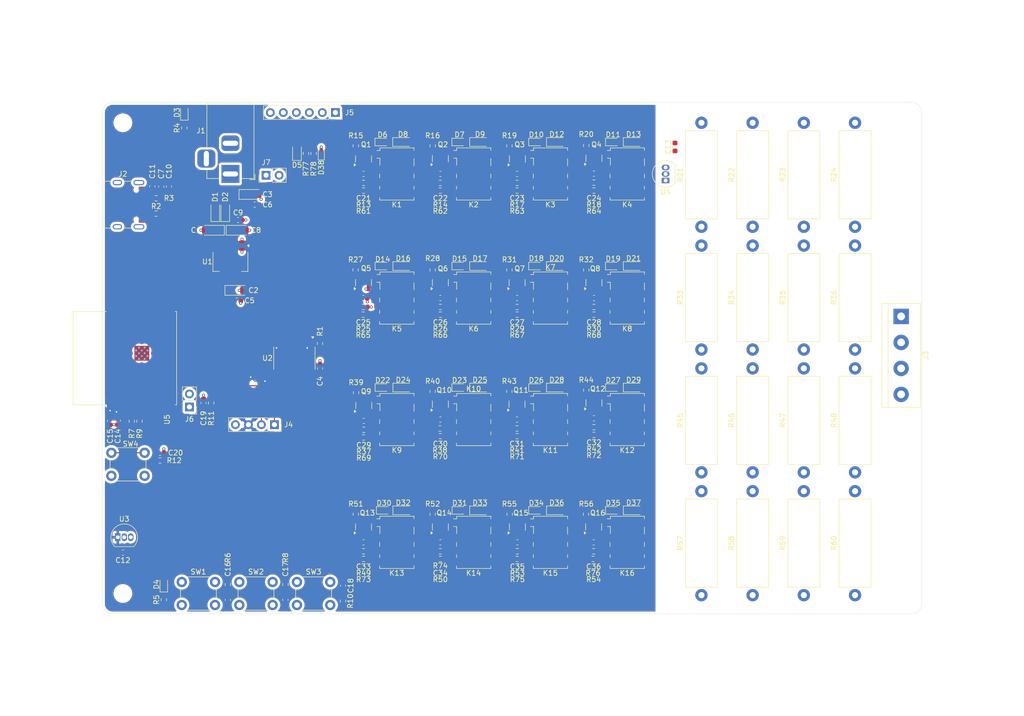
<source format=kicad_pcb>
(kicad_pcb (version 20241229) (generator "pcbnew") (generator_version "9.0")
  (layers (0 "F.Cu" signal) (4 "In1.Cu" power) (6 "In2.Cu" power) (2 "B.Cu" signal) (13 "F.Paste" user) (15 "B.Paste" user) (5 "F.SilkS" user "F.Silkscreen") (7 "B.SilkS" user "B.Silkscreen") (1 "F.Mask" user) (3 "B.Mask" user) (25 "Edge.Cuts" user))
  (net 0 "")
  (net 1 "GND")
  (net 2 "VIN")
  (net 3 "+3.3V")
  (net 4 "+6V")
  (net 5 "+5V")
  (net 6 "BOOT")
  (net 7 "EN")
  (net 8 "/P00")
  (net 9 "/P04")
  (net 10 "/P10")
  (net 11 "/P14")
  (net 12 "/P01")
  (net 13 "/P05")
  (net 14 "/P11")
  (net 15 "/P15")
  (net 16 "/P02")
  (net 17 "/P06")
  (net 18 "/P12")
  (net 19 "/P16")
  (net 20 "/P03")
  (net 21 "/P07")
  (net 22 "/P13")
  (net 23 "/P17")
  (net 24 "Net-(D3-K)")
  (net 25 "Net-(D4-K)")
  (net 26 "LED")
  (net 27 "Net-(D5-A)")
  (net 28 "Net-(D6-K)")
  (net 29 "Net-(D7-K)")
  (net 30 "Net-(D8-A)")
  (net 31 "Net-(D9-A)")
  (net 32 "Net-(D10-K)")
  (net 33 "Net-(D11-K)")
  (net 34 "Net-(D12-A)")
  (net 35 "Net-(D13-A)")
  (net 36 "Net-(D14-K)")
  (net 37 "Net-(D15-K)")
  (net 38 "Net-(D16-A)")
  (net 39 "Net-(D17-A)")
  (net 40 "Net-(D18-K)")
  (net 41 "Net-(D19-K)")
  (net 42 "Net-(D20-A)")
  (net 43 "Net-(D21-A)")
  (net 44 "Net-(D22-K)")
  (net 45 "Net-(D23-K)")
  (net 46 "Net-(D24-A)")
  (net 47 "Net-(D25-A)")
  (net 48 "Net-(D26-K)")
  (net 49 "Net-(D27-K)")
  (net 50 "Net-(D28-A)")
  (net 51 "Net-(D29-A)")
  (net 52 "Net-(D30-K)")
  (net 53 "Net-(D31-K)")
  (net 54 "Net-(D32-A)")
  (net 55 "Net-(D33-A)")
  (net 56 "Net-(D34-K)")
  (net 57 "Net-(D35-K)")
  (net 58 "Net-(D36-A)")
  (net 59 "Net-(D37-A)")
  (net 60 "USB_ESP+")
  (net 62 "Net-(J2-CC1)")
  (net 63 "USB_ESP-")
  (net 65 "Net-(J2-CC2)")
  (net 66 "/VPOS")
  (net 67 "/VNEG")
  (net 68 "I2C_SCL")
  (net 69 "I2C_SDA")
  (net 70 "TTL_RX")
  (net 71 "TTL_TX")
  (net 75 "Net-(K1-Pad3)")
  (net 77 "Net-(K2-Pad3)")
  (net 81 "Net-(K3-Pad3)")
  (net 83 "Net-(K4-Pad3)")
  (net 88 "Net-(K5-Pad3)")
  (net 89 "Net-(K6-Pad3)")
  (net 94 "Net-(K7-Pad3)")
  (net 97 "Net-(K8-Pad3)")
  (net 98 "Net-(K9-Pad3)")
  (net 102 "Net-(K10-Pad3)")
  (net 105 "Net-(K11-Pad3)")
  (net 109 "Net-(K12-Pad3)")
  (net 110 "Net-(K13-Pad3)")
  (net 113 "Net-(K14-Pad3)")
  (net 116 "Net-(K15-Pad3)")
  (net 119 "Net-(K16-Pad3)")
  (net 122 "ESP_RX")
  (net 123 "ESP_TX")
  (net 124 "/~{INT}")
  (net 127 "TEMP_AMB")
  (net 128 "TEMP_RES")
  (net 129 "USER_BTN3")
  (net 130 "USER_BTN2")
  (net 131 "USER_BTN1")
  (net 132 "Net-(Q1-G)")
  (net 133 "Net-(Q2-G)")
  (net 134 "Net-(Q3-G)")
  (net 135 "Net-(Q4-G)")
  (net 136 "Net-(Q5-G)")
  (net 137 "Net-(Q6-G)")
  (net 138 "Net-(Q7-G)")
  (net 139 "Net-(Q8-G)")
  (net 140 "Net-(Q9-G)")
  (net 141 "Net-(Q10-G)")
  (net 142 "Net-(Q11-G)")
  (net 143 "Net-(Q12-G)")
  (net 144 "Net-(Q13-G)")
  (net 145 "Net-(Q14-G)")
  (net 146 "Net-(Q15-G)")
  (net 147 "Net-(Q16-G)")
  (net 148 "Net-(D5-K)")
  (net 149 "Net-(R77-Pad2)")
  (footprint "Resistor_SMD:R_0603_1608Metric" (layer "F.Cu") (at 106 45 90)
    (property "Reference" "R4")
    (property "Value" "1K")
  )
  (footprint "Capacitor_SMD:C_0603_1608Metric" (layer "F.Cu") (at 101.5 56.475 90)
    (property "Reference" "C7")
    (property "Value" "1uF")
  )
  (footprint "Resistor_SMD:R_0603_1608Metric" (layer "F.Cu") (at 186 57.25)
    (property "Reference" "R64")
    (property "Value" "10")
  )
  (footprint "Package_TO_SOT_SMD:SOT-23" (layer "F.Cu") (at 171.05 51.0625 90)
    (property "Reference" "Q3")
    (property "Value" "Si2302CDS")
  )
  (footprint "Package_TO_SOT_SMD:SOT-23" (layer "F.Cu") (at 141 75.25 90)
    (property "Reference" "Q5")
    (property "Value" "Si2302CDS")
  )
  (footprint "Resistor_SMD:R_0603_1608Metric" (layer "F.Cu") (at 141.05 104 180)
    (property "Reference" "R37")
    (property "Value" "10K")
  )
  (footprint "Resistor_THT:R_Axial_DIN0617_L17.0mm_D6.0mm_P20.32mm_Horizontal" (layer "F.Cu") (at 237 112.32 90)
    (property "Reference" "R48")
    (property "Value" "100")
  )
  (footprint "Capacitor_SMD:C_0603_1608Metric" (layer "F.Cu") (at 186 78.25)
    (property "Reference" "C28")
    (property "Value" "100nF")
  )
  (footprint "Resistor_SMD:R_0603_1608Metric" (layer "F.Cu") (at 171 57.25)
    (property "Reference" "R63")
    (property "Value" "10")
  )
  (footprint "Package_TO_SOT_SMD:SOT-23" (layer "F.Cu") (at 185.95 123 90)
    (property "Reference" "Q16")
    (property "Value" "Si2302CDS")
  )
  (footprint "Diode_SMD:D_SOD-323_HandSoldering" (layer "F.Cu") (at 178.75 47.75)
    (property "Reference" "D12")
    (property "Value" "CUS10S30")
  )
  (footprint "Relay_SMD:Relay_DPDT_Omron_G6K-2F-Y" (layer "F.Cu") (at 162.5 54)
    (property "Reference" "K2")
    (property "Value" "G6K-2F-Y")
  )
  (footprint "Resistor_SMD:R_0603_1608Metric" (layer "F.Cu") (at 169.55 120.5 90)
    (property "Reference" "R55")
    (property "Value" "1K")
  )
  (footprint "Relay_SMD:Relay_DPDT_Omron_G6K-2F-Y" (layer "F.Cu") (at 147.5 126)
    (property "Reference" "K13")
    (property "Value" "G6K-2F-Y")
  )
  (footprint "Resistor_THT:R_Axial_DIN0617_L17.0mm_D6.0mm_P20.32mm_Horizontal" (layer "F.Cu") (at 237 136.32 90)
    (property "Reference" "R60")
    (property "Value" "100")
  )
  (footprint "Diode_SMD:D_SOD-323_HandSoldering" (layer "F.Cu") (at 148.75 95.75)
    (property "Reference" "D24")
    (property "Value" "CUS10S30")
  )
  (footprint "Button_Switch_THT:SW_PUSH_6mm_H5mm" (layer "F.Cu") (at 91.75 108.5)
    (property "Reference" "SW4")
    (property "Value" "RST")
  )
  (footprint "Capacitor_SMD:C_0603_1608Metric" (layer "F.Cu") (at 186 53.9375)
    (property "Reference" "C24")
    (property "Value" "100nF")
  )
  (footprint "LED_SMD:LED_0603_1608Metric" (layer "F.Cu") (at 189.75 119.75)
    (property "Reference" "D35")
    (property "Value" "LED")
  )
  (footprint "Resistor_SMD:R_0603_1608Metric" (layer "F.Cu") (at 139.45 72.75 90)
    (property "Reference" "R27")
    (property "Value" "1K")
  )
  (footprint "Resistor_SMD:R_0603_1608Metric" (layer "F.Cu") (at 141 127.75 180)
    (property "Reference" "R49")
    (property "Value" "10K")
  )
  (footprint "Package_TO_SOT_SMD:SOT-23" (layer "F.Cu") (at 141 51.0625 90)
    (property "Reference" "Q1")
    (property "Value" "Si2302CDS")
  )
  (footprint "Package_TO_SOT_SMD:SOT-23" (layer "F.Cu") (at 170.975 99 90)
    (property "Reference" "Q11")
    (property "Value" "Si2302CDS")
  )
  (footprint "Resistor_SMD:R_0603_1608Metric" (layer "F.Cu") (at 156 80 180)
    (property "Reference" "R26")
    (property "Value" "10K")
  )
  (footprint "Capacitor_SMD:C_0603_1608Metric" (layer "F.Cu") (at 125.75 137.25 -90)
    (property "Reference" "C17")
    (property "Value" "1uF")
  )
  (footprint "Capacitor_SMD:C_0603_1608Metric" (layer "F.Cu") (at 186 101.75)
    (property "Reference" "C32")
    (property "Value" "100nF")
  )
  (footprint "Diode_SMD:D_SOD-323_HandSoldering" (layer "F.Cu") (at 193.75 47.75)
    (property "Reference" "D13")
    (property "Value" "CUS10S30")
  )
  (footprint "Diode_SMD:D_SOD-323_HandSoldering" (layer "F.Cu") (at 148.7125 47.75)
    (property "Reference" "D8")
    (property "Value" "CUS10S30")
  )
  (footprint "Relay_SMD:Relay_DPDT_Omron_G6K-2F-Y" (layer "F.Cu") (at 147.5 78.25)
    (property "Reference" "K5")
    (property "Value" "G6K-2F-Y")
  )
  (footprint "Package_SO:TSSOP-24_4.4x7.8mm_P0.65mm" (layer "F.Cu") (at 127.5 90 -90)
    (property "Reference" "U2")
    (property "Value" "TCA9535PWR")
  )
  (footprint "Diode_SMD:D_SOD-323" (layer "F.Cu") (at 128 49.75 90)
    (property "Reference" "D5")
    (property "Value" "CUS10S30")
  )
  (footprint "Capacitor_SMD:C_0603_1608Metric" (layer "F.Cu") (at 101.25 108.5)
    (property "Reference" "C20")
    (property "Value" "1uF")
  )
  (footprint "Package_TO_SOT_SMD:SOT-23" (layer "F.Cu") (at 156 75.25 90)
    (property "Reference" "Q6")
    (property "Value" "Si2302CDS")
  )
  (footprint "LED_SMD:LED_0603_1608Metric" (layer "F.Cu") (at 106 42 90)
    (property "Reference" "D3")
    (property "Value" "LED")
  )
  (footprint "Resistor_THT:R_Axial_DIN0617_L17.0mm_D6.0mm_P20.32mm_Horizontal" (layer "F.Cu") (at 207 64.32 90)
    (property "Reference" "R21")
    (property "Value" "100")
  )
  (footprint "Resistor_SMD:R_0603_1608Metric" (layer "F.Cu") (at 140.95 80 180)
    (property "Reference" "R25")
    (property "Value" "10K")
  )
  (footprint "LED_SMD:LED_0603_1608Metric" (layer "F.Cu") (at 159.75 47.75)
    (property "Reference" "D7")
    (property "Value" "LED")
  )
  (footprint "Resistor_THT:R_Axial_DIN0617_L17.0mm_D6.0mm_P20.32mm_Horizontal" (layer "F.Cu") (at 227 64.32 90)
    (property "Reference" "R23")
    (property "Value" "100")
  )
  (footprint "MountingHole:MountingHole_3.2mm_M3" (layer "F.Cu") (at 246 44)
    (property "Reference" "H2" (hide yes))
    (property "Value" "MountingHole")
  )
  (footprint "Diode_SMD:D_SOD-323_HandSoldering" (layer "F.Cu") (at 178.75 72)
    (property "Reference" "D20")
    (property "Value" "CUS10S30")
  )
  (footprint "Capacitor_SMD:C_0603_1608Metric" (layer "F.Cu") (at 201.838478 48.725 90)
    (property "Reference" "C13")
    (property "Value" "100nF")
  )
  (footprint "Resistor_SMD:R_0603_1608Metric" (layer "F.Cu") (at 185.95 127.75 180)
    (property "Reference" "R54")
    (property "Value" "10K")
  )
  (footprint "Package_TO_SOT_SMD:SOT-23" (layer "F.Cu") (at 186 75.25 90)
    (property "Reference" "Q8")
    (property "Value" "Si2302CDS")
  )
  (footprint "Capacitor_SMD:C_0603_1608Metric" (layer "F.Cu") (at 132.5 92 90)
    (property "Reference" "C4")
    (property "Value" "100nF")
  )
  (footprint "Resistor_SMD:R_0603_1608Metric" (layer "F.Cu") (at 141 55.75 180)
    (property "Reference" "R13")
    (property "Value" "10K")
  )
  (footprint "Resistor_SMD:R_0603_1608Metric" (layer "F.Cu") (at 97.25 102.325 90)
    (property "Reference" "R9")
    (property "Value" "5K1")
  )
  (footprint "Resistor_SMD:R_0603_1608Metric" (layer "F.Cu") (at 186 105)
    (property "Reference" "R72")
    (property "Value" "10")
  )
  (footprint "NetTie:NetTie-2_SMD_Pad0.5mm" (layer "F.Cu") (at 130.5 45 90)
    (property "Reference" "NT1" (hide yes))
    (property "Value" "NetTie_2" (hide yes))
  )
  (footprint "MountingHole:MountingHole_3.2mm_M3" (layer "F.Cu") (at 94 44)
    (property "Reference" "H1" (hide yes))
    (property "Value" "MountingHole")
  )
  (footprint "Resistor_SMD:R_0603_1608Metric" (layer "F.Cu") (at 125.75 134.25 90)
    (property "Reference" "R8")
    (property "Value" "10K")
  )
  (footprint "Diode_SMD:D_SOD-323_HandSoldering" (layer "F.Cu") (at 193.75 95.75)
    (property "Reference" "D29")
    (property "Value" "CUS10S30")
  )
  (footprint "LED_SMD:LED_0603_1608Metric" (layer "F.Cu") (at 189.75 47.75)
    (property "Reference" "D11")
    (property "Value" "LED")
  )
  (footprint "Diode_SMD:D_SOD-323_HandSoldering" (layer "F.Cu") (at 178.75 119.75)
    (property "Reference" "D36")
    (property "Value" "CUS10S30")
  )
  (footprint "Connector_USB:USB_C_Receptacle_G-Switch_GT-USB-7010ASV" (layer "F.Cu") (at 94 60 -90)
    (property "Reference" "J2")
    (property "Value" "USB_C_Receptacle_USB2.0_16P")
  )
  (footprint "Relay_SMD:Relay_DPDT_Omron_G6K-2F-Y" (layer "F.Cu") (at 192.5 126)
    (property "Reference" "K16")
    (property "Value" "G6K-2F-Y")
  )
  (footprint "Button_Switch_THT:SW_PUSH_6mm_H5mm" (layer "F.Cu") (at 105.5 133.75)
    (property "Reference" "SW1")
    (property "Value" "RST")
  )
  (footprint "Relay_SMD:Relay_DPDT_Omron_G6K-2F-Y" (layer "F.Cu") (at 192.5 54)
    (property "Reference" "K4")
    (property "Value" "G6K-2F-Y")
  )
  (footprint "Package_TO_SOT_SMD:SOT-23" (layer "F.Cu") (at 156 99 90)
    (property "Reference" "Q10")
    (property "Value" "Si2302CDS")
  )
  (footprint "Resistor_SMD:R_0603_1608Metric" (layer "F.Cu") (at 139.55 96.75 90)
    (property "Reference" "R39")
    (property "Value" "1K")
  )
  (footprint "Relay_SMD:Relay_DPDT_Omron_G6K-2F-Y" (layer "F.Cu") (at 147.5 102)
    (property "Reference" "K9")
    (property "Value" "G6K-2F-Y")
  )
  (footprint "Capacitor_SMD:C_0603_1608Metric" (layer "F.Cu") (at 103 56.45 90)
    (property "Reference" "C10")
    (property "Value" "1uF")
  )
  (footprint "Resistor_SMD:R_0603_1608Metric" (layer "F.Cu") (at 184.45 120.5 90)
    (property "Reference" "R56")
    (property "Value" "1K")
  )
  (footprint "Resistor_SMD:R_0603_1608Metric" (layer "F.Cu") (at 139.5 48.5 90)
    (property "Reference" "R15")
    (property "Value" "1K")
  )
  (footprint "Resistor_SMD:R_0603_1608Metric" (layer "F.Cu") (at 171 80 180)
    (property "Reference" "R29")
    (property "Value" "10K")
  )
  (footprint "Package_TO_SOT_SMD:SOT-23" (layer "F.Cu") (at 171.05 123 90)
    (property "Reference" "Q15")
    (property "Value" "Si2302CDS")
  )
  (footprint "Resistor_SMD:R_0603_1608Metric" (layer "F.Cu") (at 184.5 48.4375 90)
    (property "Reference" "R20")
    (property "Value" "1K")
  )
  (footprint "Resistor_SMD:R_0603_1608Metric" (layer "F.Cu") (at 102 137.2125 90)
    (property "Reference" "R5")
    (property "Value" "1K")
  )
  (footprint "Capacitor_SMD:C_0603_1608Metric" (layer "F.Cu") (at 171 78.25)
    (property "Reference" "C27")
    (property "Value" "100nF")
  )
  (footprint "Relay_SMD:Relay_DPDT_Omron_G6K-2F-Y" (layer "F.Cu") (at 162.5 126)
    (property "Reference" "K14")
    (property "Value" "G6K-2F-Y")
  )
  (footprint "Capacitor_SMD:C_0603_1608Metric" (layer "F.Cu") (at 137 134.475 90)
    (property "Reference" "C18")
    (property "Value" "1uF")
  )
  (footprint "Resistor_SMD:R_0603_1608Metric" (layer "F.Cu") (at 156 105.25)
    (property "Reference" "R70")
    (property "Value" "10")
  )
  (footprint "LED_SMD:LED_0603_1608Metric" (layer "F.Cu") (at 174.75 95.75)
    (property "Reference" "D26")
    (property "Value" "LED")
  )
  (footprint "Capacitor_Tantalum_SMD:CP_EIA-3216-12_Kemet-S" (layer "F.Cu") (at 111.5 65 180)
    (property "Reference" "C1")
    (property "Value" "10uF")
  )
  (footprint "Resistor_SMD:R_0603_1608Metric" (layer "F.Cu") (at 171.05 127.75 180)
    (property "Reference" "R53")
    (property "Value" "10K")
  )
  (footprint "LED_SMD:LED_0603_1608Metric" (layer "F.Cu") (at 189.75 95.75)
    (property "Reference" "D27")
    (property "Value" "LED")
  )
  (footprint "Resistor_SMD:R_0603_1608Metric" (layer "F.Cu") (at 170.975 103.75 180)
    (property "Reference" "R41")
    (property "Value" "10K")
  )
  (footprint "LED_SMD:LED_0603_1608Metric" (layer "F.Cu") (at 189.75 72)
    (property "Reference" "D19")
    (property "Value" "LED")
  )
  (footprint "Relay_SMD:Relay_DPDT_Omron_G6K-2F-Y" (layer "F.Cu") (at 192.5 102)
    (property "Reference" "K12")
    (property "Value" "G6K-2F-Y")
  )
  (footprint "Diode_SMD:D_SOD-323_HandSoldering" (layer "F.Cu") (at 163.75 47.75)
    (property "Reference" "D9")
    (property "Value" "CUS10S30")
  )
  (footprint "LED_SMD:LED_0603_1608Metric" (layer "F.Cu") (at 174.75 119.75)
    (property "Reference" "D34")
    (property "Value" "LED")
  )
  (footprint "LED_SMD:LED_0603_1608Metric" (layer "F.Cu") (at 145 119.75)
    (property "Reference" "D30")
    (property "Value" "LED")
  )
  (footprint "Capacitor_SMD:C_0603_1608Metric" (layer "F.Cu") (at 171 54)
    (property "Reference" "C23")
    (property "Value" "100nF")
  )
  (footprint "Resistor_SMD:R_0603_1608Metric" (layer "F.Cu") (at 131.25 50 -90)
    (property "Reference" "R78")
    (property "Value" "10")
  )
  (footprint "Capacitor_Tantalum_SMD:CP_EIA-3216-12_Kemet-S" (layer "F.Cu") (at 116.255 76.75)
    (property "Reference" "C2")
    (property "Value" "10uF")
  )
  (footprint "Connector_PinSocket_2.54mm:PinSocket_1x06_P2.54mm_Vertical" (layer "F.Cu") (at 135.5 42 -90)
    (property "Reference" "J5")
    (property "Value" "UART")
  )
  (footprint "Resistor_SMD:R_0603_1608Metric" (layer "F.Cu") (at 171 105.25)
    (property "Reference" "R71")
    (property "Value" "10")
  )
  (footprint "Resistor_SMD:R_0603_1608Metric" (layer "F.Cu") (at 100.5 61.75)
    (property "Reference" "R2")
    (property "Value" "5K1")
  )
  (footprint "Resistor_SMD:R_0603_1608Metric" (layer "F.Cu") (at 132.5 87.1375 -90)
    (property "Reference" "R1")
    (property "Value" "10K")
  )
  (footprint "Resistor_SMD:R_0603_1608Metric" (layer "F.Cu") (at 140.925 81.5)
    (property "Reference" "R65")
    (property "Value" "10")
  )
  (footprint "Capacitor_SMD:C_0603_1608Metric" (layer "F.Cu") (at 171.05 126)
    (property "Reference" "C35")
    (property "Value" "100nF")
  )
  (footprint "Package_TO_SOT_SMD:SOT-23" (layer "F.Cu") (at 186 50.9375 90)
    (property "Reference" "Q4")
    (property "Value" "Si2302CDS")
  )
  (footprint "Resistor_SMD:R_0603_1608Metric" (layer "F.Cu") (at 139.5 120.5 90)
    (property "Reference" "R51")
    (property "Value" "1K")
  )
  (footprint "Resistor_SMD:R_0603_1608Metric" (layer "F.Cu") (at 114.5 134.25 90)
    (property "Reference" "R6")
    (property "Value" "10K")
  )
  (footprint "Connector_BarrelJack:BarrelJack_Horizontal" (layer "F.Cu") (at 115 54 -90)
    (property "Reference" "J1")
    (property "Value" "DC_IN")
  )
  (footprint "Resistor_SMD:R_0603_1608Metric" (layer "F.Cu") (at 169.5 72.75 90)
    (property "Reference" "R31")
    (property "Value" "1K")
  )
  (footprint "Resistor_SMD:R_0603_1608Metric" (layer "F.Cu") (at 156 57.25)
    (property "Reference" "R62")
    (property "Value" "10")
  )
  (footprint "Capacitor_SMD:C_0603_1608Metric" (layer "F.Cu") (at 140.95 78.25)
    (property "Reference" "C25")
    (property "Value" "100nF")
  )
  (footprint "Resistor_THT:R_Axial_DIN0617_L17.0mm_D6.0mm_P20.32mm_Horizontal" (layer "F.Cu") (at 217 64.32 90)
    (property "Reference" "R22")
    (property "Value" "100")
  )
  (footprint "Diode_SMD:D_SOD-523" (layer "F.Cu") (at 132.75 50 90)
    (property "Reference" "D38")
    (property "Value" "B3V6")
  )
  (footprint "Package_TO_SOT_SMD:SOT-223-3_TabPin2" (layer "F.Cu") (at 115 71.145 -90)
    (property "Reference" "U1")
    (property "Value" "AZ1117-3.3")
  )
  (footprint "Relay_SMD:Relay_DPDT_Omron_G6K-2F-Y" (layer "F.Cu") (at 162.5 102)
    (property "Reference" "K10")
    (property "Value" "G6K-2F-Y")
  )
  (footprint "Relay_SMD:Relay_DPDT_Omron_G6K-2F-Y" (layer "F.Cu") (at 162.5 78.25)
    (property "Reference" "K6")
    (property "Value" "G6K-2F-Y")
  )
  (footprint "MountingHole:MountingHole_3.2mm_M3" (layer "F.Cu") (at 246 136)
    (property "Reference" "H4" (hide yes))
    (property "Value" "MountingHole")
  )
  (footprint "Resistor_SMD:R_0603_1608Metric" (layer "F.Cu") (at 141 57.25)
    (property "Reference" "R61")
    (property "Value" "10")
  )
  (footprint "LED_SMD:LED_0603_1608Metric" (layer "F.Cu") (at 159.75 95.75)
    (property "Reference" "D23")
    (property "Value" "LED")
  )
  (footprint "Diode_SMD:D_SOD-323_HandSoldering" (layer "F.Cu") (at 163.75 95.75)
    (property "Reference" "D25")
    (property "Value" "CUS10S30")
  )
  (footprint "Resistor_SMD:R_0603_1608Metric" (layer "F.Cu") (at 156 81.5)
    (property "Reference" "R66")
    (property "Value" "10")
  )
  (footprint "Relay_SMD:Relay_DPDT_Omron_G6K-2F-Y" (layer "F.Cu") (at 177.5 102)
    (property "Reference" "K11")
    (property "Value" "G6K-2F-Y")
  )
  (footprint "Resistor_THT:R_Axial_DIN0617_L17.0mm_D6.0mm_P20.32mm_Horizontal" (layer "F.Cu") (at 237 88.32 90)
    (property "Reference" "R36")
    (property "Value" "100")
  )
  (footprint "Resistor_SMD:R_0603_1608Metric" (layer "F.Cu") (at 101.25 110)
    (property "Reference" "R12")
    (property "Value" "10K")
  )
  (footprint "Capacitor_SMD:C_0603_1608Metric" (layer "F.Cu") (at 156 102)
    (property "Reference" "C30")
    (property "Value" "100nF")
  )
  (footprint "Resistor_SMD:R_0603_1608Metric" (layer "F.Cu") (at 169.5 48.5 90)
    (property "Reference" "R19")
    (property "Value" "1K")
  )
  (footprint "Resistor_SMD:R_0603_1608Metric" (layer "F.Cu") (at 184.5 96.25 90)
    (property "Reference" "R44")
    (property "Value" "1K")
  )
  (footprint "Diode_SMD:D_SOD-323_HandSoldering" (layer "F.Cu") (at 163.75 72)
    (property "Reference" "D17")
    (property "Value" "CUS10S30")
  )
  (footprint "LED_SMD:LED_0603_1608Metric" (layer "F.Cu") (at 102 134.2125 90)
    (property "Reference" "D4")
    (property "Value" "LED")
  )
  (footprint "Diode_SMD:D_SOD-323_HandSoldering" (layer "F.Cu") (at 148.75 119.75)
    (property "Reference" "D32")
    (property "Value" "CUS10S30")
  )
  (footprint "Connector_PinHeader_2.54mm:PinHeader_1x02_P2.54mm_Vertical" (layer "F.Cu") (at 121.975 54.25 90)
    (property "Reference" "J7")
    (property "Value" "DC_IN")
  )
  (footprint "Resistor_SMD:R_0603_1608Metric" (layer "F.Cu") (at 154.5 48.5 90)
    (property "Reference" "R16")
    (property "Value" "1K")
  )
  (footprint "Resistor_SMD:R_0603_1608Metric" (layer "F.Cu") (at 100.5 58.75)
    (property "Reference" "R3")
    (property "Value" "5K1")
  )
  (footprint "Capacitor_SMD:C_0603_1608Metric" (layer "F.Cu") (at 94 128)
    (property "Reference" "C12")
    (property "Value" "100nF")
  )
  (footprint "Resistor_THT:R_Axial_DIN0617_L17.0mm_D6.0mm_P20.32mm_Horizontal" (layer "F.Cu") (at 207 136.32 90)
    (property "Reference" "R57")
    (property "Value" "100")
  )
  (footprint "Resistor_SMD:R_0603_1608Metric" (layer "F.Cu") (at 155.925 103.75 180)
    (property "Reference" "R38")
    (property "Value" "10K")
  )
  (footprint "LED_SMD:LED_0603_1608Metric" (layer "F.Cu") (at 144.7125 47.75)
    (property "Reference" "D6")
    (property "Value" "LED")
  )
  (footprint "Resistor_THT:R_Axial_DIN0617_L17.0mm_D6.0mm_P20.32mm_Horizontal" (layer "F.Cu") (at 217 136.32 90)
    (property "Reference" "R58")
    (property "Value" "100")
  )
  (footprint "Capacitor_SMD:C_0603_1608Metric" (layer "F.Cu") (at 116.5 63)
    (property "Reference" "C9")
    (property "Value" "1uF")
  )
  (footprint "Capacitor_Tantalum_SMD:CP_EIA-3216-12_Kemet-S" (layer "F.Cu") (at 116.5 65)
    (property "Reference" "C8")
    (property "Value" "10uF")
  )
  (footprint "LED_SMD:LED_0603_1608Metric" (layer "F.Cu") (at 159.75 72)
    (property "Reference" "D15")
    (property "Value" "LED")
  )
  (footprint "Package_TO_SOT_SMD:SOT-23" (layer "F.Cu") (at 141.05 99.25 90)
    (property "Reference" "Q9")
    (property "Value" "Si2302CDS")
  )
  (footprint "Resistor_SMD:R_0603_1608Metric" (layer "F.Cu") (at 95.75 102.325 90)
    (property "Reference" "R7")
    (property "Value" "5K1")
  )
  (footprint "Capacitor_SMD:C_0603_1608Metric" (layer "F.Cu") (at 156 78.25)
    (property "Reference" "C26")
    (property "Value" "100nF")
  )
  (footprint "Diode_SMD:D_SOD-323_HandSoldering" (layer "F.Cu") (at 178.75 95.75)
    (property "Reference" "D28")
    (property "Value" "CUS10S30")
  )
  (footprint "Capacitor_SMD:C_0603_1608Metric" (layer "F.Cu") (at 185.95 126)
    (property "Reference" "C36")
    (property "Value" "100nF")
  )
  (footprint "RF_Module:ESP32-C3-WROOM-02" (layer "F.Cu") (at 97.5 90 90)
    (property "Reference" "U5")
    (property "Value" "ESP32-C3-WROOM-02")
  )
  (footprint "Package_TO_SOT_SMD:SOT-23" (layer "F.Cu") (at 171 75.25 90)
    (property "Reference" "Q7")
    (property "Value" "Si2302CDS")
  )
  (footprint "Resistor_SMD:R_0603_1608Metric" (layer "F.Cu") (at 154.5 120.5 90)
    (property "Reference" "R52")
    (property "Value" "1K")
  )
  (footprint "Capacitor_SMD:C_0603_1608Metric" (layer "F.Cu") (at 116.255 78.75)
    (property "Reference" "C5")
    (property "Value" "1uF")
  )
  (footprint "NetTie:NetTie-2_SMD_Pad0.5mm" (layer "F.Cu") (at 133 45 90)
    (property "Reference" "NT2" (hide yes))
    (property "Value" "NetTie_2" (hide yes))
  )
  (footprint "Capacitor_SMD:C_0603_1608Metric" (layer "F.Cu") (at 141.05 102.25)
    (property "Reference" "C29")
    (property "Value" "100nF")
  )
  (footprint "LED_SMD:LED_0603_1608Metric" (layer "F.Cu") (at 174.75 72)
    (property "Reference" "D18")
    (property "Value" "LED")
  )
  (footprint "Package_TO_SOT_THT:TO-92_Inline" (layer "F.Cu") (at 200 55.27 90)
    (property "Reference" "U4")
    (property "Value" "LM35DZ")
  )
  (footprint "TerminalBlock:TerminalBlock_bornier-4_P5.08mm" (layer "F.Cu") (at 246 81.84 -90)
    (property "Reference" "J3")
    (property "Value" "OUTPUT")
  )
  (footprint "Resistor_SMD:R_0603_1608Metric" (layer "F.Cu") (at 111.25 98.75 90)
    (property "Reference" "R11")
    (property "Value" "10K")
  )
  (footprint "Relay_SMD:Relay_DPDT_Omron_G6K-2F-Y" (layer "F.Cu") (at 177.5 78.25)
    (property "Reference" "K7")
    (property "Value" "G6K-2F-Y")
  )
  (footprint "LED_SMD:LED_0603_1608Metric" (layer "F.Cu") (at 159.7875 119.75)
    (property "Reference" "D31")
    (property "Value" "LED")
  )
  (footprint "Diode_SMD:D_SOD-323_HandSoldering" (layer "F.Cu") (at 193.75 119.75)
    (property "Reference" "D37")
    (property "Value" "CUS10S30")
  )
  (footprint "LED_SMD:LED_0603_1608Metric" (layer "F.Cu") (at 174.75 47.75)
    (property "Reference" "D10")
    (property "Value" "LED")
  )
  (footprint "Package_TO_SOT_SMD:SOT-23" (layer "F.Cu") (at 141 123 90)
    (property "Reference" "Q13")
    (property "Value" "Si2302CDS")
  )
  (footprint "Button_Switch_THT:SW_PUSH_6mm_H5mm" (layer "F.Cu") (at 128 133.75)
    (property "Reference" "SW3")
    (property "Value" "RST")
  )
  (footprint "Resistor_THT:R_Axial_DIN0617_L17.0mm_D6.0mm_P20.32mm_Horizontal" (layer "F.Cu") (at 237 64.32 90)
    (property "Reference" "R24")
    (property "Value" "100")
  )
  (footprint "Capacitor_SMD:C_0603_1608Metric" (layer "F.Cu") (at 109.75 98.75 90)
    (property "Reference" "C19")
    (property "Value" "1uF")
  )
  (footprint "Resistor_SMD:R_0603_1608Metric" (layer "F.Cu") (at 171 55.75 180)
    (property "Reference" "R17")
    (property "Value" "10K")
  )
  (footprint "Diode_SMD:D_SOD-323_HandSoldering" (layer "F.Cu") (at 148.75 72)
    (property "Reference" "D16")
    (property "Value" "CUS10S30")
  )
  (footprint "LED_SMD:LED_0603_1608Metric" (layer "F.Cu") (at 144.75 95.75)
    (property "Reference" "D22")
    (property "Value" "LED")
  )
  (footprint "Resistor_SMD:R_0603_1608Metric" (layer "F.Cu") (at 137 137.475 -90)
    (property "Reference" "R10")
    (property "Value" "10K")
  )
  (footprint "Resistor_SMD:R_0603_1608Metric" (layer "F.Cu") (at 184.5 72.75 90)
    (property "Reference" "R32")
    (property "Value" "1K")
  )
  (footprint "Capacitor_SMD:C_0603_1608Metric" (layer "F.Cu") (at 141 54)
    (property "Reference" "C21")
    (property "Value" "100nF")
  )
  (footprint "Capacitor_SMD:C_0603_1608Metric" (layer "F.Cu") (at 91.5 102.25 -90)
    (property "Reference" "C15")
    (property "Value" "100nF")
  )
  (footprint "Capacitor_SMD:C_0603_1608Metric" (layer "F.Cu") (at 141 126)
    (property "Reference" "C33")
    (property "Value" "100nF")
  )
  (footprint "MountingHole:MountingHole_3.2mm_M3" (layer "F.Cu") (at 94 136)
    (property "Reference" "H3" (hide yes))
    (property "Value" "MountingHole")
  )
  (footprint "Resistor_SMD:R_0603_1608Metric" (layer "F.Cu") (at 154.5 72.75 90)
    (property "Reference" "R28")
    (property "Value" "1K")
  )
  (footprint "Relay_SMD:Relay_DPDT_Omron_G6K-2F-Y" (layer "F.Cu") (at 192.5 78.25)
    (property "Reference" "K8")
    (property "Value" "G6K-2F-Y")
  )
  (footprint "Resistor_SMD:R_0603_1608Metric" (layer "F.Cu") (at 156 55.75 180)
    (property "Reference" "R14")
    (property "Value" "10K")
  )
  (footprint "Capacitor_SMD:C_0603_1608Metric" (layer "F.Cu") (at 99.75 56.425 90)
    (property "Reference" "C11")
    (property "Value" "100nF")
  )
  (footprint "Resistor_SMD:R_0603_1608Metric" (layer "F.Cu") (at 186 81.5)
    (property "Reference" "R68")
    (property "Value" "10")
  )
  (footprint "Resistor_SMD:R_0603_1608Metric" (layer "F.Cu") (at 171 129.25)
    (property "Reference" "R75")
    (property "Value" "10")
  )
  (footprint "Resistor_THT:R_Axial_DIN0617_L17.0mm_D6.0mm_P20.32mm_Horizontal" (layer "F.Cu") (at 227 112.32 90)
    (property "Reference" "R47")
    (property "Value" "100")
  )
  (footprint "Resistor_SMD:R_0603_1608Metric" (layer "F.Cu") (at 141 105.5)
    (property "Reference" "R69")
    (property "Value" "10")
  )
  (footprint "Connector_PinHeader_2.54mm:PinHeader_1x02_P2.54mm_Vertical" (layer "F.Cu") (at 107 99.54 180)
    (property "Reference" "J6")
    (property "Value" "BOOT")
  )
  (footprint "Capacitor_SMD:C_0603_1608Metric" (layer "F.Cu") (at 156 126)
    (property "Reference" "C34")
    (property "Value" "100nF")
  )
  (footprint "Package_TO_SOT_SMD:SOT-23" (layer "F.Cu") (at 186 98.75 90)
    (property "Reference" "Q12")
    (property "Value" "Si2302CDS")
  )
  (footprint "Resistor_SMD:R_0603_1608Metric" (layer "F.Cu") (at 169.475 96.5 90)
    (property "Reference" "R43")
    (property "Value" "1K")
  )
  (footprint "Resistor_THT:R_Axial_DIN0617_L17.0mm_D6.0mm_P20.32mm_Horizontal" (layer "F.Cu") (at 227 88.32 90)
    (property "Reference" "R35")
    (property "Value" "100")
  )
  (footprint "Resistor_THT:R_Axial_DIN0617_L17.0mm_D6.0mm_P20.32mm_Horizontal" (layer "F.Cu") (at 217 88.32 90)
    (property "Reference" "R34")
    (property "Value" "100")
  )
  (footprint "Capacitor_SMD:C_0603_1608Metric" (layer "F.Cu") (at 156 54)
    (property "Reference" "C22")
    (property "Value" "100nF")
  )
  (footprint "Capacitor_SMD:C_0603_1608Metric" (layer "F.Cu") (at 119.75 60)
    (property "Reference" "C6")
    (property "Value" "1uF")
  )
  (footprint "Resistor_THT:R_Axial_DIN0617_L17.0mm_D6.0mm_P20.32mm_Horizontal" (layer "F.Cu") (at 207 112.32 90)
    (property "Reference" "R45")
    (property "Value" "100")
  )
  (footprint "Package_TO_SOT_SMD:SOT-23" (layer "F.Cu") (at 156 51 90)
    (property "Reference" "Q2")
    (property "Value" "Si2302CDS")
  )
  (footprint "Resistor_SMD:R_0603_1608Metric" (layer "F.Cu") (at 186 80 180)
    (property "Reference" "R30")
    (property "Value" "10K")
  )
  (footprint "Capacitor_Tantalum_SMD:CP_EIA-3216-12_Kemet-S" (layer "F.Cu") (at 119 58)
    (property "Reference" "C3")
    (property "Value" "10uF")
  )
  (footprint "Resistor_THT:R_Axial_DIN0617_L17.0mm_D6.0mm_P20.32mm_Horizontal" (layer "F.Cu") (at 227 136.32 90)
    (property "Reference" "R59")
    (property "Value" "100")
  )
  (footprint "Button_Switch_THT:SW_PUSH_6mm_H5mm" (layer "F.Cu") (at 116.75 133.75)
    (property "Reference" "SW2")
    (property "Value" "RST")
  )
  (footprint "Diode_SMD:D_SOD-323_HandSoldering" (layer "F.Cu") (at 114 61.295 90)
    (property "Reference" "D2")
    (property "Value" "CUS10S30")
  )
  (footprint "Resistor_THT:R_Axial_DIN0617_L17.0mm_D6.0mm_P20.32mm_Horizontal" (layer "F.Cu") (at 207 88.32 90)
    (property "Reference" "R33")
    (property "Value" "100")
  )
  (footprint "Diode_SMD:D_SOD-323_HandSoldering" (layer "F.Cu") (at 163.75 119.75)
    (property "Reference" "D33")
    (property "Value" "CUS10S30")
  )
  (footprint "Diode_SMD:D_SOD-323_HandSoldering" (layer "F.Cu") (at 112.05 61.295 90)
    (property "Reference" "D1")
    (property "Value" "CUS10S30")
  )
  (footprint "Resistor_SMD:R_0603_1608Metric" (layer "F.Cu") (at 156 127.75 180)
    (property "Reference" "R50")
    (property "Value" "10K")
  )
  (footprint "Relay_SMD:Relay_DPDT_Omron_G6K-2F-Y" (layer "F.Cu") (at 147.5 54)
    (property "Reference" "K1")
    (property "Value" "G6K-2F-Y")
  )
  (footprint "Resistor_THT:R_Axial_DIN0617_L17.0mm_D6.0mm_P20.32mm_Horizontal" (layer "F.Cu") (at 217 112.32 90)
    (property "Reference" "R46")
    (property "Value" "100")
  )
  (footprint "Relay_SMD:Relay_DPDT_Omron_G6K-2F-Y" (layer "F.Cu") (at 177.5 54)
    (property "Reference" "K3")
    (property "Value" "G6K-2F-Y")
  )
  (footprint "Resistor_SMD:R_0603_1608Metric" (layer "F.Cu") (at 171 81.5)
    (property "Reference" "R67")
    (property "Value" "10")
  )
  (footprint "Connector_PinSocket_2.54mm:PinSocket_1x04_P2.54mm_Vertical" (layer "F.Cu") (at 123.6 103 -90)
    (property "Reference" "J4")
    (property "Value" "OLED")
  )
  (footprint "Relay_SMD:Relay_DPDT_Omron_G6K-2F-Y" (layer "F.Cu") (at 177.5 126)
    (property "Reference" "K15")
    (property "Value" "G6K-2F-Y")
  )
  (footprint "Resistor_SMD:R_0603_1608Metric" (layer "F.Cu") (at 141 129.25)
    (property "Reference" "R73")
    (property "Value" "10")
  )
  (footprint "Capacitor_SMD:C_0603_1608Metric" (layer "F.Cu") (at 170.975 102)
    (property "Reference" "C31")
    (property "Value" "100nF")
  )
  (footprint "Resistor_SMD:R_0603_1608Metric" (layer "F.Cu") (at 154.5 96.5 90)
    (property "Reference" "R40")
    (property "Value" "1K")
  )
  (footprint "Resistor_SMD:R_0603_1608Metric" (layer "F.Cu") (at 186 55.6875 180)
    (property "Reference" "R18")
    (property "Value" "10K")
  )
  (footprint "Capacitor_SMD:C_0603_1608Metric" (layer "F.Cu") (at 93 102.225 -90)
    (property "Reference" "C14")
    (property "Value" "1uF")
  )
  (footprint "Diode_SMD:D_SOD-323_HandSoldering" (layer "F.Cu") (at 193.75 72)
    (property "Reference" "D21")
    (property "Value" "CUS10S30")
  )
  (footprint "Capacitor_SMD:C_0603_1608Metric" (layer "F.Cu") (at 114.5 137.25 -90)
    (property "Reference" "C16")
    (property "Value" "1uF")
  )
  (footprint "Resistor_SMD:R_0603_1608Metric" (layer "F.Cu") (at 156 129.25)
    (property "Reference" "R74")
    (property "Value" "10")
  )
  (footprint "Resistor_SMD:R_0603_1608Metric" (layer "F.Cu") (at 186 103.5 180)
    (property "Reference" "R42")
    (property "Value" "10K")
  )
  (footprint "Package_TO_SOT_THT:TO-92_Inline" (layer "F.Cu") (at 93 125)
    (property "Reference" "U3")
    (property "Value" "LM35DZ")
  )
  (footprint "Package_TO_SOT_SMD:SOT-23" (layer "F.Cu") (at 156 123 90)
    (property "Reference" "Q14")
    (property "Value" "Si2302CDS")
  )
  (footprint "Resistor_SMD:R_0603_1608Metric" (layer "F.Cu") (at 129.75 50 90)
    (property "Reference" "R77")
    (property "Value" "10")
  )
  (footprint "LED_SMD:LED_0603_1608Metric" (layer "F.Cu") (at 144.75 72)
    (property "Reference" "D14")
    (property "Value" "LED")
  )
  (footprint "Resistor_SMD:R_0603_1608Metric" (layer "F.Cu") (at 185.825 129.25)
    (property "Reference" "R76")
    (property "Value" "10")
  )
  (gr_line (start 250 138) (end 250 42) (stroke (width 0.05)) (layer "Edge.Cuts"))
  (gr_line (start 92 140) (end 248 140) (stroke (width 0.05)) (layer "Edge.Cuts"))
  (gr_arc (start 250 138) (mid 249.414214 139.414214) (end 248 140) (stroke (width 0.05)) (layer "Edge.Cuts"))
  (gr_line (start 92 40) (end 248 40) (stroke (width 0.05)) (layer "Edge.Cuts"))
  (gr_arc (start 92 140) (mid 90.585786 139.414214) (end 90 138) (stroke (width 0.05)) (layer "Edge.Cuts"))
  (gr_line (start 90 138) (end 90 42) (stroke (width 0.05)) (layer "Edge.Cuts"))
  (gr_arc (start 90 42) (mid 90.585786 40.585786) (end 92 40) (stroke (width 0.05)) (layer "Edge.Cuts"))
  (gr_arc (start 248 40) (mid 249.414214 40.585786) (end 250 42) (stroke (width 0.05)) (layer "Edge.Cuts"))
  (segment (start 130.425 87.1375) (end 130.425 87.575) (width 0.2) (layer "F.Cu") (net 1))
  (segment (start 124 87.2125) (end 123.925 87.1375) (width 0.2) (layer "F.Cu") (net 1))
  (segment (start 124 88) (end 124 87.2125) (width 0.2) (layer "F.Cu") (net 1))
  (segment (start 130.425 87.1375) (end 129.775 87.1375) (width 0.2) (layer "F.Cu") (net 1))
  (segment (start 129.775 87.1375) (end 129.775 87.775) (width 0.2) (layer "F.Cu") (net 1))
  (segment (start 130.425 87.575) (end 130 88) (width 0.2) (layer "F.Cu") (net 1))
  (segment (start 129.775 87.775) (end 130 88) (width 0.2) (layer "F.Cu") (net 1))
  (via (at 118.75 65) (size 0.6) (drill 0.3) (layers "F.Cu" "B.Cu") (net 1))
  (via (at 116.75 76.75) (size 0.6) (drill 0.3) (layers "F.Cu" "B.Cu") (net 1))
  (via (at 117 79.25) (size 0.6) (drill 0.3) (layers "F.Cu" "B.Cu") (net 1))
  (via (at 124 88) (size 0.6) (drill 0.3) (layers "F.Cu" "B.Cu") (net 1))
  (via (at 132.5 90.5) (size 0.6) (drill 0.3) (layers "F.Cu" "B.Cu") (net 1))
  (via (at 118 63) (size 0.6) (drill 0.3) (layers "F.Cu" "B.Cu") (net 1))
  (via (at 117.25 69.25) (size 0.6) (drill 0.3) (layers "F.Cu" "B.Cu") (net 1))
  (via (at 142.5 80) (size 0.6) (drill 0.3) (layers "F.Cu" "B.Cu") (net 1))
  (via (at 109.25 65) (size 0.6) (drill 0.3) (layers "F.Cu" "B.Cu") (net 1))
  (via (at 130 88) (size 0.6) (drill 0.3) (layers "F.Cu" "B.Cu") (net 1))
  (via (at 141.75 79) (size 0.6) (drill 0.3) (layers "F.Cu" "B.Cu") (net 1))
  (via (at 109.75 97.25) (size 0.6) (drill 0.3) (layers "F.Cu" "B.Cu") (net 1))
  (via (at 117.25 66.75) (size 0.6) (drill 0.3) (layers "F.Cu" "B.Cu") (net 1))
  (via (at 121 58.955) (size 0.6) (drill 0.3) (layers "F.Cu" "B.Cu") (net 1))
  (via (at 132.75 48.75) (size 0.6) (drill 0.3) (layers "F.Cu" "B.Cu") (net 1))
  (via (at 102 107.75) (size 0.6) (drill 0.3) (layers "F.Cu" "B.Cu") (net 1))
  (via (at 92.25 103) (size 0.6) (drill 0.3) (layers "F.Cu" "B.Cu") (net 1))
  (via (at 141.5 76.5) (size 0.6) (drill 0.3) (layers "F.Cu" "B.Cu") (net 1))
  (segment (start 93 100.5) (end 93 101.45) (width 0.5) (layer "F.Cu") (net 3))
  (segment (start 92.75 100.5) (end 93 100.5) (width 0.5) (layer "F.Cu") (net 3))
  (segment (start 92.5 100.25) (end 92.75 100.5) (width 0.5) (layer "F.Cu") (net 3))
  (segment (start 91.5 101.475) (end 91.5 98.75) (width 0.5) (layer "F.Cu") (net 3))
  (segment (start 91.5 100.25) (end 92.5 100.25) (width 0.5) (layer "F.Cu") (net 3))
  (via (at 91.5 100.25) (size 0.6) (drill 0.3) (layers "F.Cu" "B.Cu") (net 3))
  (via (at 92.75 100.5) (size 0.6) (drill 0.3) (layers "F.Cu" "B.Cu") (net 3))
  (segment (start 94.25 108.5) (end 91.75 108.5) (width 0.2) (layer "F.Cu") (net 7))
  (segment (start 93 99.5) (end 93 98.75) (width 0.2) (layer "F.Cu") (net 7))
  (segment (start 94.25 108.5) (end 94.25 100.75) (width 0.2) (layer "F.Cu") (net 7))
  (segment (start 94.25 100.75) (end 93 99.5) (width 0.2) (layer "F.Cu") (net 7))
  (segment (start 98.25 108.5) (end 94.25 108.5) (width 0.2) (layer "F.Cu") (net 7))
  (segment (start 98.646 60.201) (end 98.597 60.25) (width 0.2) (layer "F.Cu") (net 60))
  (segment (start 97.725 59.25) (end 98.597 59.25) (width 0.2) (layer "F.Cu") (net 60))
  (segment (start 98.597 59.25) (end 98.646 59.299) (width 0.2) (layer "F.Cu") (net 60))
  (segment (start 98.646 59.299) (end 98.646 60.201) (width 0.2) (layer "F.Cu") (net 60))
  (segment (start 98.597 60.25) (end 97.725 60.25) (width 0.2) (layer "F.Cu") (net 60))
  (segment (start 97.725 59.75) (end 96.853 59.75) (width 0.2) (layer "F.Cu") (net 63))
  (segment (start 96.853 59.75) (end 96.804 59.799) (width 0.2) (layer "F.Cu") (net 63))
  (segment (start 96.804 60.701) (end 96.853 60.75) (width 0.2) (layer "F.Cu") (net 63))
  (segment (start 96.853 60.75) (end 97.725 60.75) (width 0.2) (layer "F.Cu") (net 63))
  (segment (start 96.804 59.799) (end 96.804 60.701) (width 0.2) (layer "F.Cu") (net 63))
  (segment (start 97.849 95.401) (end 120.961 95.401) (width 0.2) (layer "F.Cu") (net 68))
  (segment (start 121.06 103) (end 121.06 95.5) (width 0.2) (layer "F.Cu") (net 68))
  (segment (start 96 97.25) (end 97.849 95.401) (width 0.2) (layer "F.Cu") (net 68))
  (segment (start 120.961 95.401) (end 121.06 95.5) (width 0.2) (layer "F.Cu") (net 68))
  (segment (start 121.75 91.5) (end 129.149999 91.5) (width 0.2) (layer "F.Cu") (net 68))
  (segment (start 129.149999 91.5) (end 129.775 92.125001) (width 0.2) (layer "F.Cu") (net 68))
  (segment (start 121.06 92.19) (end 121.75 91.5) (width 0.2) (layer "F.Cu") (net 68))
  (segment (start 129.775 92.125001) (end 129.775 92.8625) (width 0.2) (layer "F.Cu") (net 68))
  (segment (start 96 98.75) (end 96 97.25) (width 0.2) (layer "F.Cu") (net 68))
  (segment (start 121.06 95.5) (end 121.06 92.19) (width 0.2) (layer "F.Cu") (net 68))
  (segment (start 94.5 97.25) (end 94.5 98.75) (width 0.2) (layer "F.Cu") (net 69))
  (segment (start 130.425 92.8625) (end 130.425 92.125001) (width 0.2) (layer "F.Cu") (net 69))
  (segment (start 96.75 95) (end 94.5 97.25) (width 0.2) (layer "F.Cu") (net 69))
  (segment (start 129.299999 91) (end 121.6829 91) (width 0.2) (layer "F.Cu") (net 69))
  (segment (start 118.96645 93.71645) (end 117.6829 95) (width 0.2) (layer "F.Cu") (net 69))
  (segment (start 130.425 92.125001) (end 129.299999 91) (width 0.2) (layer "F.Cu") (net 69))
  (segment (start 121.75 94.5) (end 121.75 99.5) (width 0.2) (layer "F.Cu") (net 69))
  (segment (start 117.6829 95) (end 96.75 95) (width 0.2) (layer "F.Cu") (net 69))
  (segment (start 121.75 99.5) (end 123.6 101.35) (width 0.2) (layer "F.Cu") (net 69))
  (segment (start 123.6 101.35) (end 123.6 103) (width 0.2) (layer "F.Cu") (net 69))
  (segment (start 121.6829 91) (end 118.96645 93.71645) (width 0.2) (layer "F.Cu") (net 69))
  (via (at 118.96645 93.71645) (size 0.6) (drill 0.3) (layers "F.Cu" "B.Cu") (net 69))
  (via (at 121.75 94.5) (size 0.6) (drill 0.3) (layers "F.Cu" "B.Cu") (net 69))
  (segment (start 119.03355 93.78355) (end 119.03355 93.71645) (width 0.2) (layer "B.Cu") (net 69))
  (segment (start 119.75 94.5) (end 119.03355 93.78355) (width 0.2) (layer "B.Cu") (net 69))
  (segment (start 121.75 94.5) (end 119.75 94.5) (width 0.2) (layer "B.Cu") (net 69))
  (segment (start 131.9 86.3125) (end 131.075 87.1375) (width 0.2) (layer "F.Cu") (net 124))
  (segment (start 132.5 86.3125) (end 131.9 86.3125) (width 0.2) (layer "F.Cu") (net 124))
  (zone (net 3) (net_name "+3.3V") (layers "F.Cu" "B.Cu") (connect_pads (clearance 0.5)) (min_thickness 0.25) (fill yes (thermal_gap 0.5) (thermal_bridge_width 0.5))
    (polygon (pts (xy 70 20) (xy 270 20) (xy 270 160) (xy 70 160)))
  )
  (zone (net 0) (net_name "") (layers "F.Cu" "B.Cu" "In1.Cu" "In2.Cu") (connect_pads (clearance 0)) (min_thickness 0.25)
    (keepout (tracks allowed) (vias allowed) (pads allowed) (copperpour not_allowed) (footprints allowed))
    (fill (thermal_gap 0.5) (thermal_bridge_width 0.5))
    (polygon (pts (xy 260 150) (xy 260 30) (xy 198 30) (xy 198 150)))
  )
)
</source>
